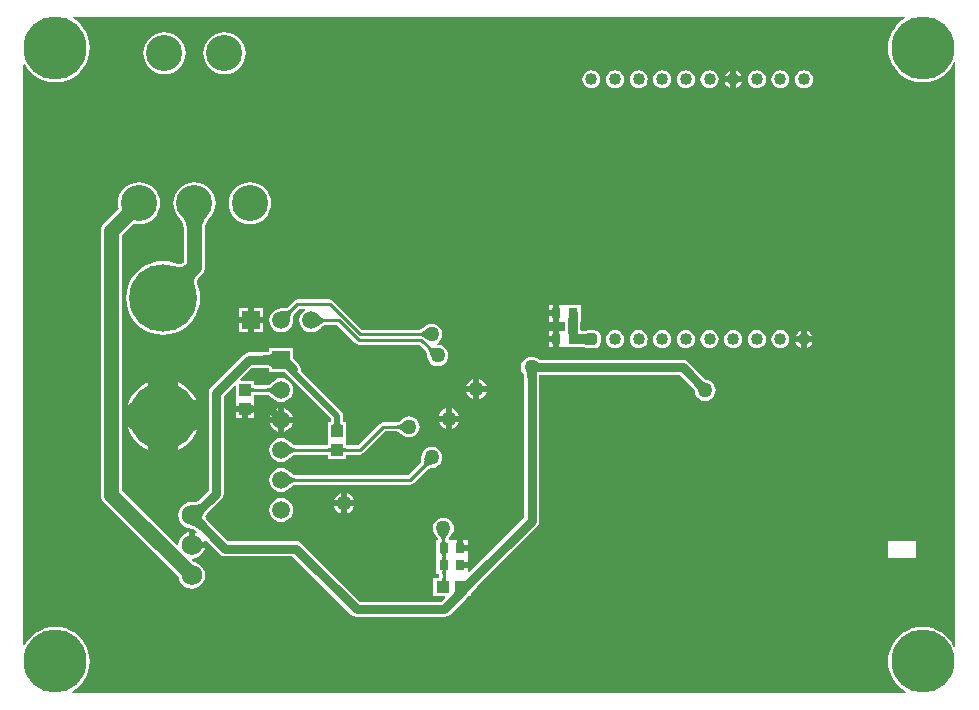
<source format=gbl>
G04 Layer_Physical_Order=2*
G04 Layer_Color=16711680*
%FSLAX24Y24*%
%MOIN*%
G70*
G01*
G75*
%ADD14R,0.0413X0.0394*%
%ADD20R,0.0394X0.0413*%
%ADD22R,0.0315X0.0354*%
%ADD28C,0.1000*%
%ADD29C,0.0200*%
%ADD30C,0.0300*%
%ADD31C,0.0100*%
%ADD34C,0.1200*%
%ADD35C,0.2250*%
%ADD36C,0.0689*%
%ADD37C,0.2100*%
%ADD38R,0.0591X0.0591*%
%ADD39C,0.0591*%
%ADD40R,0.0591X0.0591*%
G04:AMPARAMS|DCode=41|XSize=40mil|YSize=40mil|CornerRadius=10mil|HoleSize=0mil|Usage=FLASHONLY|Rotation=90.000|XOffset=0mil|YOffset=0mil|HoleType=Round|Shape=RoundedRectangle|*
%AMROUNDEDRECTD41*
21,1,0.0400,0.0200,0,0,90.0*
21,1,0.0200,0.0400,0,0,90.0*
1,1,0.0200,0.0100,0.0100*
1,1,0.0200,0.0100,-0.0100*
1,1,0.0200,-0.0100,-0.0100*
1,1,0.0200,-0.0100,0.0100*
%
%ADD41ROUNDEDRECTD41*%
%ADD42C,0.0400*%
%ADD43C,0.0500*%
%ADD44C,0.0500*%
G36*
X68177Y32651D02*
X68082Y32593D01*
X67944Y32476D01*
X67827Y32338D01*
X67732Y32184D01*
X67663Y32016D01*
X67621Y31840D01*
X67606Y31660D01*
X67621Y31480D01*
X67663Y31304D01*
X67732Y31136D01*
X67827Y30982D01*
X67944Y30844D01*
X68082Y30727D01*
X68236Y30632D01*
X68404Y30563D01*
X68580Y30521D01*
X68760Y30506D01*
X68940Y30521D01*
X69116Y30563D01*
X69284Y30632D01*
X69438Y30727D01*
X69576Y30844D01*
X69693Y30982D01*
X69788Y31136D01*
X69808Y31185D01*
X69857Y31175D01*
Y11695D01*
X69808Y11685D01*
X69788Y11734D01*
X69693Y11888D01*
X69576Y12026D01*
X69438Y12143D01*
X69284Y12238D01*
X69116Y12307D01*
X68940Y12349D01*
X68760Y12364D01*
X68580Y12349D01*
X68404Y12307D01*
X68236Y12238D01*
X68082Y12143D01*
X67944Y12026D01*
X67827Y11888D01*
X67732Y11734D01*
X67663Y11566D01*
X67621Y11390D01*
X67606Y11210D01*
X67621Y11030D01*
X67663Y10854D01*
X67732Y10686D01*
X67827Y10532D01*
X67944Y10394D01*
X68082Y10277D01*
X68202Y10203D01*
X68188Y10153D01*
X40422D01*
X40408Y10203D01*
X40528Y10277D01*
X40666Y10394D01*
X40783Y10532D01*
X40878Y10686D01*
X40947Y10854D01*
X40989Y11030D01*
X41004Y11210D01*
X40989Y11390D01*
X40947Y11566D01*
X40878Y11734D01*
X40783Y11888D01*
X40666Y12026D01*
X40528Y12143D01*
X40374Y12238D01*
X40206Y12307D01*
X40030Y12349D01*
X39850Y12364D01*
X39670Y12349D01*
X39494Y12307D01*
X39326Y12238D01*
X39172Y12143D01*
X39034Y12026D01*
X38917Y11888D01*
X38835Y11754D01*
X38785Y11768D01*
Y31102D01*
X38835Y31116D01*
X38917Y30982D01*
X39034Y30844D01*
X39172Y30727D01*
X39326Y30632D01*
X39494Y30563D01*
X39670Y30521D01*
X39850Y30506D01*
X40030Y30521D01*
X40206Y30563D01*
X40374Y30632D01*
X40528Y30727D01*
X40666Y30844D01*
X40783Y30982D01*
X40878Y31136D01*
X40947Y31304D01*
X40989Y31480D01*
X41004Y31660D01*
X40989Y31840D01*
X40947Y32016D01*
X40878Y32184D01*
X40783Y32338D01*
X40666Y32476D01*
X40528Y32593D01*
X40433Y32651D01*
X40447Y32701D01*
X68163D01*
X68177Y32651D01*
D02*
G37*
%LPC*%
G36*
X49378Y16376D02*
X49141D01*
X49173Y16300D01*
X49229Y16227D01*
X49302Y16171D01*
X49378Y16139D01*
Y16376D01*
D02*
G37*
G36*
X49816D02*
X49578D01*
Y16139D01*
X49655Y16171D01*
X49728Y16227D01*
X49784Y16300D01*
X49816Y16376D01*
D02*
G37*
G36*
X53450Y15267D02*
Y15090D01*
X53607D01*
Y15267D01*
X53450D01*
D02*
G37*
G36*
X47383Y16655D02*
X47279Y16641D01*
X47183Y16602D01*
X47101Y16538D01*
X47037Y16456D01*
X46998Y16359D01*
X46984Y16256D01*
X46998Y16153D01*
X47037Y16057D01*
X47101Y15974D01*
X47183Y15911D01*
X47279Y15871D01*
X47383Y15858D01*
X47486Y15871D01*
X47582Y15911D01*
X47665Y15974D01*
X47728Y16057D01*
X47768Y16153D01*
X47781Y16256D01*
X47768Y16359D01*
X47728Y16456D01*
X47665Y16538D01*
X47582Y16602D01*
X47486Y16641D01*
X47383Y16655D01*
D02*
G37*
G36*
X53988Y20623D02*
Y20385D01*
X54225D01*
X54194Y20462D01*
X54137Y20535D01*
X54064Y20591D01*
X53988Y20623D01*
D02*
G37*
G36*
X49378Y16814D02*
X49302Y16782D01*
X49229Y16726D01*
X49173Y16653D01*
X49141Y16576D01*
X49378D01*
Y16814D01*
D02*
G37*
G36*
X49578D02*
Y16576D01*
X49816D01*
X49784Y16653D01*
X49728Y16726D01*
X49655Y16782D01*
X49578Y16814D01*
D02*
G37*
G36*
X54225Y20185D02*
X53988D01*
Y19948D01*
X54064Y19980D01*
X54137Y20036D01*
X54194Y20109D01*
X54225Y20185D01*
D02*
G37*
G36*
X53788Y20623D02*
X53711Y20591D01*
X53638Y20535D01*
X53582Y20462D01*
X53550Y20385D01*
X53788D01*
Y20623D01*
D02*
G37*
G36*
X62445Y22253D02*
X62367Y22242D01*
X62294Y22212D01*
X62231Y22164D01*
X62183Y22101D01*
X62153Y22028D01*
X62143Y21950D01*
X62153Y21872D01*
X62183Y21799D01*
X62231Y21736D01*
X62294Y21688D01*
X62367Y21658D01*
X62445Y21647D01*
X62524Y21658D01*
X62597Y21688D01*
X62659Y21736D01*
X62707Y21799D01*
X62738Y21872D01*
X62748Y21950D01*
X62738Y22028D01*
X62707Y22101D01*
X62659Y22164D01*
X62597Y22212D01*
X62524Y22242D01*
X62445Y22253D01*
D02*
G37*
G36*
X61658D02*
X61580Y22242D01*
X61507Y22212D01*
X61444Y22164D01*
X61396Y22101D01*
X61366Y22028D01*
X61355Y21950D01*
X61366Y21872D01*
X61396Y21799D01*
X61444Y21736D01*
X61507Y21688D01*
X61580Y21658D01*
X61658Y21647D01*
X61736Y21658D01*
X61809Y21688D01*
X61872Y21736D01*
X61920Y21799D01*
X61950Y21872D01*
X61960Y21950D01*
X61950Y22028D01*
X61920Y22101D01*
X61872Y22164D01*
X61809Y22212D01*
X61736Y22242D01*
X61658Y22253D01*
D02*
G37*
G36*
X64020D02*
X63942Y22242D01*
X63869Y22212D01*
X63806Y22164D01*
X63758Y22101D01*
X63728Y22028D01*
X63717Y21950D01*
X63728Y21872D01*
X63758Y21799D01*
X63806Y21736D01*
X63869Y21688D01*
X63942Y21658D01*
X64020Y21647D01*
X64098Y21658D01*
X64171Y21688D01*
X64234Y21736D01*
X64282Y21799D01*
X64312Y21872D01*
X64323Y21950D01*
X64312Y22028D01*
X64282Y22101D01*
X64234Y22164D01*
X64171Y22212D01*
X64098Y22242D01*
X64020Y22253D01*
D02*
G37*
G36*
X63233D02*
X63154Y22242D01*
X63081Y22212D01*
X63019Y22164D01*
X62971Y22101D01*
X62940Y22028D01*
X62930Y21950D01*
X62940Y21872D01*
X62971Y21799D01*
X63019Y21736D01*
X63081Y21688D01*
X63154Y21658D01*
X63233Y21647D01*
X63311Y21658D01*
X63384Y21688D01*
X63447Y21736D01*
X63495Y21799D01*
X63525Y21872D01*
X63535Y21950D01*
X63525Y22028D01*
X63495Y22101D01*
X63447Y22164D01*
X63384Y22212D01*
X63311Y22242D01*
X63233Y22253D01*
D02*
G37*
G36*
X60870D02*
X60792Y22242D01*
X60719Y22212D01*
X60657Y22164D01*
X60608Y22101D01*
X60578Y22028D01*
X60568Y21950D01*
X60578Y21872D01*
X60608Y21799D01*
X60657Y21736D01*
X60719Y21688D01*
X60792Y21658D01*
X60870Y21647D01*
X60949Y21658D01*
X61022Y21688D01*
X61084Y21736D01*
X61133Y21799D01*
X61163Y21872D01*
X61173Y21950D01*
X61163Y22028D01*
X61133Y22101D01*
X61084Y22164D01*
X61022Y22212D01*
X60949Y22242D01*
X60870Y22253D01*
D02*
G37*
G36*
X58508D02*
X58430Y22242D01*
X58357Y22212D01*
X58294Y22164D01*
X58246Y22101D01*
X58216Y22028D01*
X58206Y21950D01*
X58216Y21872D01*
X58246Y21799D01*
X58294Y21736D01*
X58357Y21688D01*
X58430Y21658D01*
X58508Y21647D01*
X58587Y21658D01*
X58660Y21688D01*
X58722Y21736D01*
X58770Y21799D01*
X58801Y21872D01*
X58811Y21950D01*
X58801Y22028D01*
X58770Y22101D01*
X58722Y22164D01*
X58660Y22212D01*
X58587Y22242D01*
X58508Y22253D01*
D02*
G37*
G36*
X56844Y23092D02*
X56808D01*
X56794Y23092D01*
X56651D01*
Y22815D01*
Y22538D01*
X56794D01*
X56808Y22538D01*
X56846Y22509D01*
X56847Y22478D01*
Y22263D01*
X56808Y22236D01*
X56794Y22236D01*
X56651D01*
Y21959D01*
Y21681D01*
X56794D01*
X56808Y21681D01*
X56844D01*
X56858Y21681D01*
X57254D01*
X57258Y21681D01*
X57261Y21681D01*
X57263Y21681D01*
X57266Y21681D01*
X57359D01*
Y21685D01*
X57408Y21692D01*
X57417Y21692D01*
X57480Y21684D01*
X57501Y21680D01*
X57516Y21675D01*
X57525Y21672D01*
X57534Y21667D01*
X57535Y21667D01*
X57543Y21662D01*
X57569Y21656D01*
X57572Y21656D01*
X57573Y21656D01*
X57621Y21646D01*
X57821D01*
X57899Y21662D01*
X57965Y21706D01*
X58009Y21772D01*
X58025Y21850D01*
Y22050D01*
X58009Y22128D01*
X57965Y22194D01*
X57899Y22238D01*
X57821Y22254D01*
X57621D01*
X57573Y22244D01*
X57572Y22244D01*
X57569Y22244D01*
X57543Y22238D01*
X57535Y22233D01*
X57534Y22233D01*
X57525Y22228D01*
X57516Y22225D01*
X57501Y22220D01*
X57482Y22217D01*
X57409Y22211D01*
X57387Y22222D01*
X57358Y22255D01*
X57357Y22295D01*
Y22538D01*
X57359D01*
Y22635D01*
X57360Y22639D01*
X57360Y22640D01*
X57360Y22640D01*
X57359Y22644D01*
Y23092D01*
X56858D01*
X56844Y23092D01*
D02*
G37*
G36*
X60083Y22253D02*
X60005Y22242D01*
X59932Y22212D01*
X59869Y22164D01*
X59821Y22101D01*
X59791Y22028D01*
X59780Y21950D01*
X59791Y21872D01*
X59821Y21799D01*
X59869Y21736D01*
X59932Y21688D01*
X60005Y21658D01*
X60083Y21647D01*
X60161Y21658D01*
X60234Y21688D01*
X60297Y21736D01*
X60345Y21799D01*
X60375Y21872D01*
X60386Y21950D01*
X60375Y22028D01*
X60345Y22101D01*
X60297Y22164D01*
X60234Y22212D01*
X60161Y22242D01*
X60083Y22253D01*
D02*
G37*
G36*
X59296D02*
X59217Y22242D01*
X59144Y22212D01*
X59082Y22164D01*
X59034Y22101D01*
X59003Y22028D01*
X58993Y21950D01*
X59003Y21872D01*
X59034Y21799D01*
X59082Y21736D01*
X59144Y21688D01*
X59217Y21658D01*
X59296Y21647D01*
X59374Y21658D01*
X59447Y21688D01*
X59510Y21736D01*
X59558Y21799D01*
X59588Y21872D01*
X59598Y21950D01*
X59588Y22028D01*
X59558Y22101D01*
X59510Y22164D01*
X59447Y22212D01*
X59374Y22242D01*
X59296Y22253D01*
D02*
G37*
G36*
X53788Y20185D02*
X53550D01*
X53582Y20109D01*
X53638Y20036D01*
X53711Y19980D01*
X53788Y19948D01*
Y20185D01*
D02*
G37*
G36*
X52402Y18365D02*
X52310Y18353D01*
X52225Y18318D01*
X52152Y18261D01*
X52096Y18188D01*
X52061Y18103D01*
X52049Y18012D01*
X52053Y17980D01*
X52052Y17972D01*
X52055Y17942D01*
X52056Y17917D01*
X52056Y17896D01*
X52054Y17877D01*
X52051Y17860D01*
X52048Y17847D01*
X52044Y17837D01*
X52040Y17829D01*
X52037Y17824D01*
X51622Y17409D01*
X47843D01*
X47834Y17411D01*
X47822Y17415D01*
X47806Y17422D01*
X47788Y17433D01*
X47767Y17446D01*
X47745Y17462D01*
X47693Y17508D01*
X47671Y17530D01*
X47665Y17538D01*
X47582Y17602D01*
X47486Y17641D01*
X47383Y17655D01*
X47279Y17641D01*
X47183Y17602D01*
X47101Y17538D01*
X47037Y17456D01*
X46998Y17359D01*
X46984Y17256D01*
X46998Y17153D01*
X47037Y17057D01*
X47101Y16974D01*
X47183Y16911D01*
X47279Y16871D01*
X47383Y16858D01*
X47486Y16871D01*
X47582Y16911D01*
X47665Y16974D01*
X47671Y16983D01*
X47693Y17005D01*
X47745Y17050D01*
X47767Y17066D01*
X47788Y17080D01*
X47806Y17090D01*
X47822Y17097D01*
X47834Y17102D01*
X47843Y17103D01*
X51685D01*
X51744Y17115D01*
X51794Y17148D01*
X52261Y17615D01*
X52266Y17619D01*
X52276Y17625D01*
X52290Y17631D01*
X52307Y17637D01*
X52327Y17643D01*
X52349Y17648D01*
X52406Y17658D01*
X52439Y17662D01*
X52448Y17665D01*
X52493Y17671D01*
X52578Y17706D01*
X52651Y17762D01*
X52707Y17835D01*
X52743Y17920D01*
X52755Y18012D01*
X52743Y18103D01*
X52707Y18188D01*
X52651Y18261D01*
X52578Y18318D01*
X52493Y18353D01*
X52402Y18365D01*
D02*
G37*
G36*
X53310Y19201D02*
X53072D01*
Y18964D01*
X53149Y18995D01*
X53222Y19052D01*
X53278Y19125D01*
X53310Y19201D01*
D02*
G37*
G36*
X46376Y19526D02*
X46281D01*
Y19319D01*
X46478D01*
Y19518D01*
X46474Y19517D01*
X46448Y19510D01*
X46426Y19501D01*
X46408Y19490D01*
X46394Y19477D01*
X46384Y19462D01*
X46378Y19445D01*
X46376Y19426D01*
Y19526D01*
D02*
G37*
G36*
X46081D02*
X45884D01*
Y19319D01*
X46081D01*
Y19526D01*
D02*
G37*
G36*
X52872Y19201D02*
X52635D01*
X52667Y19125D01*
X52723Y19052D01*
X52796Y18995D01*
X52872Y18964D01*
Y19201D01*
D02*
G37*
G36*
X44666Y19290D02*
X43545D01*
Y18169D01*
X43637Y18176D01*
X43825Y18221D01*
X44003Y18295D01*
X44167Y18396D01*
X44314Y18521D01*
X44439Y18668D01*
X44540Y18832D01*
X44614Y19010D01*
X44659Y19198D01*
X44666Y19290D01*
D02*
G37*
G36*
X43345D02*
X42224D01*
X42231Y19198D01*
X42276Y19010D01*
X42350Y18832D01*
X42451Y18668D01*
X42576Y18521D01*
X42723Y18396D01*
X42887Y18295D01*
X43065Y18221D01*
X43253Y18176D01*
X43345Y18169D01*
Y19290D01*
D02*
G37*
G36*
X47768Y19156D02*
X47483D01*
Y18871D01*
X47486Y18871D01*
X47582Y18911D01*
X47665Y18974D01*
X47728Y19057D01*
X47768Y19153D01*
X47768Y19156D01*
D02*
G37*
G36*
X47283D02*
X46997D01*
X46998Y19153D01*
X47037Y19057D01*
X47101Y18974D01*
X47183Y18911D01*
X47279Y18871D01*
X47283Y18871D01*
Y19156D01*
D02*
G37*
G36*
X43545Y20611D02*
Y19490D01*
X44666D01*
X44659Y19582D01*
X44614Y19769D01*
X44540Y19948D01*
X44439Y20112D01*
X44314Y20259D01*
X44167Y20384D01*
X44003Y20485D01*
X43825Y20558D01*
X43637Y20603D01*
X43545Y20611D01*
D02*
G37*
G36*
X43345D02*
X43253Y20603D01*
X43065Y20558D01*
X42887Y20485D01*
X42723Y20384D01*
X42576Y20259D01*
X42451Y20112D01*
X42350Y19948D01*
X42276Y19769D01*
X42231Y19582D01*
X42224Y19490D01*
X43345D01*
Y20611D01*
D02*
G37*
G36*
X47089Y21652D02*
X47085Y21652D01*
X46987D01*
Y21562D01*
X46987Y21561D01*
X46986Y21546D01*
X46985Y21546D01*
X46985Y21545D01*
X46980Y21541D01*
X46969Y21534D01*
X46949Y21527D01*
X46921Y21519D01*
X46884Y21513D01*
X46859Y21511D01*
X46306D01*
X46208Y21492D01*
X46125Y21437D01*
X45036Y20348D01*
X44981Y20265D01*
X44962Y20167D01*
Y16907D01*
X44611Y16556D01*
X44607Y16553D01*
X44588Y16539D01*
X44570Y16529D01*
X44554Y16521D01*
X44539Y16516D01*
X44525Y16512D01*
X44512Y16511D01*
X44499Y16511D01*
X44481Y16514D01*
X44475Y16513D01*
X44400Y16523D01*
X44284Y16508D01*
X44175Y16463D01*
X44083Y16392D01*
X44011Y16299D01*
X43967Y16191D01*
X43951Y16075D01*
X43967Y15959D01*
X44011Y15851D01*
X44083Y15758D01*
X44175Y15687D01*
X44284Y15642D01*
X44400Y15626D01*
X44411Y15628D01*
X44419Y15628D01*
X44435Y15625D01*
X44451Y15622D01*
X44468Y15616D01*
X44486Y15608D01*
X44504Y15598D01*
X44524Y15585D01*
X44544Y15570D01*
X44545Y15569D01*
X44578Y15536D01*
X44549Y15494D01*
X44516Y15508D01*
X44500Y15510D01*
Y15175D01*
X44835D01*
X44833Y15191D01*
X44819Y15225D01*
X44861Y15253D01*
X45322Y14792D01*
X45404Y14737D01*
X45502Y14718D01*
X47757D01*
X49711Y12763D01*
X49794Y12707D01*
X49892Y12688D01*
X52815D01*
X52913Y12707D01*
X52995Y12763D01*
X53531Y13298D01*
X53620Y13379D01*
X53626Y13384D01*
X53696D01*
Y13464D01*
X53901Y13698D01*
X55909Y15706D01*
X55964Y15788D01*
X55983Y15886D01*
Y20742D01*
X55985Y20757D01*
X56014Y20759D01*
X60662D01*
X61142Y20279D01*
X61152Y20268D01*
X61159Y20258D01*
X61163Y20251D01*
X61163Y20246D01*
X61175Y20155D01*
X61210Y20070D01*
X61266Y19996D01*
X61339Y19940D01*
X61424Y19905D01*
X61516Y19893D01*
X61607Y19905D01*
X61692Y19940D01*
X61765Y19996D01*
X61821Y20070D01*
X61857Y20155D01*
X61869Y20246D01*
X61857Y20337D01*
X61821Y20423D01*
X61765Y20496D01*
X61692Y20552D01*
X61607Y20587D01*
X61554Y20594D01*
X61553Y20595D01*
X61511Y20631D01*
X60948Y21194D01*
X60865Y21249D01*
X60768Y21269D01*
X56000D01*
X55976Y21271D01*
X55967Y21273D01*
X55965Y21273D01*
X55905Y21319D01*
X55820Y21355D01*
X55728Y21367D01*
X55637Y21355D01*
X55552Y21319D01*
X55479Y21263D01*
X55423Y21190D01*
X55387Y21105D01*
X55375Y21014D01*
X55387Y20922D01*
X55423Y20837D01*
X55469Y20777D01*
X55469Y20775D01*
X55471Y20768D01*
X55473Y20728D01*
Y15991D01*
X53657Y14175D01*
X53607Y14196D01*
Y14313D01*
X53350D01*
Y14513D01*
X53607D01*
Y14663D01*
X53607Y14690D01*
X53607Y14740D01*
Y14890D01*
X53350D01*
Y14990D01*
X53250D01*
Y15267D01*
X53106D01*
X53093Y15267D01*
X53056D01*
X53043Y15267D01*
X52992D01*
X52992Y15268D01*
X52976Y15284D01*
X52963Y15317D01*
X52965Y15321D01*
X52977Y15337D01*
X53012Y15378D01*
X53029Y15395D01*
X53035Y15400D01*
X53091Y15473D01*
X53126Y15558D01*
X53138Y15650D01*
X53126Y15741D01*
X53091Y15826D01*
X53035Y15899D01*
X52962Y15955D01*
X52877Y15991D01*
X52785Y16003D01*
X52694Y15991D01*
X52609Y15955D01*
X52536Y15899D01*
X52480Y15826D01*
X52444Y15741D01*
X52432Y15650D01*
X52444Y15558D01*
X52480Y15473D01*
X52536Y15400D01*
X52541Y15396D01*
X52579Y15356D01*
X52593Y15338D01*
X52606Y15321D01*
X52608Y15317D01*
X52595Y15284D01*
X52579Y15268D01*
X52579Y15267D01*
X52541D01*
Y14713D01*
X52541D01*
Y14690D01*
X52541D01*
Y14135D01*
X52646D01*
Y13978D01*
X52453D01*
Y13384D01*
X52830D01*
X52850Y13338D01*
X52709Y13198D01*
X49997D01*
X48042Y15153D01*
X47960Y15208D01*
X47862Y15227D01*
X45608D01*
X44906Y15929D01*
X44905Y15930D01*
X44889Y15951D01*
X44877Y15970D01*
X44867Y15989D01*
X44859Y16007D01*
X44853Y16023D01*
X44850Y16034D01*
X44854Y16045D01*
X44863Y16063D01*
X44874Y16082D01*
X44887Y16102D01*
X44901Y16121D01*
X44921Y16145D01*
X45397Y16621D01*
X45452Y16704D01*
X45471Y16801D01*
Y20062D01*
X45838Y20428D01*
X45884Y20409D01*
Y19983D01*
X45884Y19949D01*
X45884Y19899D01*
Y19726D01*
X46376D01*
Y19826D01*
X46378Y19807D01*
X46384Y19790D01*
X46394Y19775D01*
X46408Y19762D01*
X46426Y19751D01*
X46448Y19742D01*
X46474Y19735D01*
X46478Y19734D01*
Y19899D01*
X46478Y19933D01*
X46478Y19983D01*
Y20103D01*
X46922D01*
X46931Y20101D01*
X46944Y20097D01*
X46960Y20090D01*
X46978Y20080D01*
X46998Y20066D01*
X47020Y20050D01*
X47073Y20004D01*
X47094Y19983D01*
X47101Y19974D01*
X47183Y19911D01*
X47279Y19871D01*
X47383Y19858D01*
X47486Y19871D01*
X47582Y19911D01*
X47665Y19974D01*
X47728Y20057D01*
X47768Y20153D01*
X47781Y20256D01*
X47768Y20359D01*
X47728Y20456D01*
X47665Y20538D01*
X47582Y20602D01*
X47486Y20641D01*
X47383Y20655D01*
X47279Y20641D01*
X47183Y20602D01*
X47101Y20538D01*
X47094Y20530D01*
X47072Y20508D01*
X47020Y20462D01*
X46998Y20446D01*
X46978Y20432D01*
X46959Y20422D01*
X46944Y20415D01*
X46931Y20411D01*
X46922Y20409D01*
X46478D01*
Y20563D01*
X46038D01*
X46018Y20609D01*
X46411Y21001D01*
X46859D01*
X46884Y20999D01*
X46921Y20993D01*
X46949Y20986D01*
X46969Y20978D01*
X46980Y20972D01*
X46985Y20968D01*
X46985Y20967D01*
X46986Y20966D01*
X46987Y20951D01*
X46987Y20951D01*
Y20861D01*
X47085D01*
X47089Y20860D01*
X47092Y20861D01*
X47098D01*
X47100Y20861D01*
X47100Y20861D01*
X47390D01*
X47394Y20860D01*
X47398Y20861D01*
X47472D01*
X47475Y20859D01*
X47500Y20842D01*
X47558Y20793D01*
X49038Y19312D01*
Y19238D01*
X49037Y19224D01*
X49034Y19202D01*
X49030Y19187D01*
X49029Y19185D01*
X48945D01*
Y19087D01*
X48945Y19083D01*
X48945Y19080D01*
Y19074D01*
X48945Y19072D01*
X48945Y19072D01*
Y18605D01*
X48945Y18571D01*
X48945Y18521D01*
Y18409D01*
X47843D01*
X47834Y18411D01*
X47822Y18415D01*
X47806Y18422D01*
X47788Y18433D01*
X47767Y18446D01*
X47745Y18462D01*
X47693Y18508D01*
X47671Y18530D01*
X47665Y18538D01*
X47582Y18602D01*
X47486Y18641D01*
X47383Y18655D01*
X47279Y18641D01*
X47183Y18602D01*
X47101Y18538D01*
X47037Y18456D01*
X46998Y18359D01*
X46984Y18256D01*
X46998Y18153D01*
X47037Y18057D01*
X47101Y17974D01*
X47183Y17911D01*
X47279Y17871D01*
X47383Y17858D01*
X47486Y17871D01*
X47582Y17911D01*
X47665Y17974D01*
X47671Y17983D01*
X47693Y18005D01*
X47745Y18050D01*
X47767Y18066D01*
X47788Y18080D01*
X47806Y18090D01*
X47822Y18097D01*
X47834Y18102D01*
X47843Y18103D01*
X48945D01*
Y17941D01*
X49539D01*
Y18103D01*
X49998D01*
X50057Y18115D01*
X50107Y18148D01*
X50831Y18873D01*
X51257D01*
X51263Y18872D01*
X51273Y18868D01*
X51285Y18863D01*
X51299Y18856D01*
X51315Y18846D01*
X51331Y18834D01*
X51372Y18799D01*
X51389Y18782D01*
X51394Y18776D01*
X51467Y18720D01*
X51552Y18685D01*
X51644Y18673D01*
X51735Y18685D01*
X51820Y18720D01*
X51893Y18776D01*
X51949Y18849D01*
X51985Y18934D01*
X51997Y19026D01*
X51985Y19117D01*
X51949Y19202D01*
X51893Y19275D01*
X51820Y19331D01*
X51735Y19367D01*
X51644Y19379D01*
X51552Y19367D01*
X51467Y19331D01*
X51394Y19275D01*
X51390Y19270D01*
X51350Y19232D01*
X51332Y19218D01*
X51315Y19205D01*
X51299Y19195D01*
X51285Y19188D01*
X51273Y19183D01*
X51263Y19180D01*
X51257Y19179D01*
X50768D01*
X50709Y19167D01*
X50660Y19134D01*
X49935Y18409D01*
X49574D01*
X49539Y18445D01*
X49539Y18555D01*
X49539Y18605D01*
Y19072D01*
X49539Y19072D01*
X49539Y19074D01*
Y19080D01*
X49540Y19083D01*
X49539Y19087D01*
Y19185D01*
X49455D01*
X49455Y19187D01*
X49451Y19202D01*
X49447Y19224D01*
X49446Y19238D01*
Y19397D01*
X49446Y19397D01*
X49431Y19475D01*
X49386Y19541D01*
X48026Y20901D01*
X48033Y20939D01*
X48014Y21036D01*
X47959Y21119D01*
X47778Y21299D01*
Y21652D01*
X47100D01*
X47100Y21652D01*
X47098Y21652D01*
X47092D01*
X47089Y21652D01*
D02*
G37*
G36*
X47283Y19642D02*
X47279Y19641D01*
X47188Y19603D01*
X47195Y19599D01*
X47219Y19586D01*
X47243Y19575D01*
X47268Y19566D01*
X47283Y19563D01*
Y19642D01*
D02*
G37*
G36*
X53072Y19639D02*
Y19401D01*
X53310D01*
X53278Y19478D01*
X53222Y19551D01*
X53149Y19607D01*
X53072Y19639D01*
D02*
G37*
G36*
X47283Y19455D02*
X47184Y19356D01*
X47283D01*
Y19455D01*
D02*
G37*
G36*
X47035Y19451D02*
X46998Y19359D01*
X46997Y19356D01*
X47076D01*
X47073Y19371D01*
X47064Y19396D01*
X47053Y19420D01*
X47040Y19444D01*
X47035Y19451D01*
D02*
G37*
G36*
X52872Y19639D02*
X52796Y19607D01*
X52723Y19551D01*
X52667Y19478D01*
X52635Y19401D01*
X52872D01*
Y19639D01*
D02*
G37*
G36*
X47483Y19642D02*
Y19356D01*
X47768D01*
X47768Y19359D01*
X47728Y19456D01*
X47665Y19538D01*
X47582Y19602D01*
X47486Y19641D01*
X47483Y19642D01*
D02*
G37*
G36*
X64707Y21850D02*
X64524D01*
X64545Y21799D01*
X64594Y21736D01*
X64656Y21688D01*
X64707Y21667D01*
Y21850D01*
D02*
G37*
G36*
X64807Y30914D02*
X64729Y30904D01*
X64656Y30873D01*
X64594Y30825D01*
X64545Y30763D01*
X64515Y30690D01*
X64505Y30611D01*
X64515Y30533D01*
X64545Y30460D01*
X64594Y30397D01*
X64656Y30349D01*
X64729Y30319D01*
X64807Y30309D01*
X64886Y30319D01*
X64959Y30349D01*
X65021Y30397D01*
X65070Y30460D01*
X65100Y30533D01*
X65110Y30611D01*
X65100Y30690D01*
X65070Y30763D01*
X65021Y30825D01*
X64959Y30873D01*
X64886Y30904D01*
X64807Y30914D01*
D02*
G37*
G36*
X44490Y27183D02*
X44353Y27170D01*
X44221Y27130D01*
X44099Y27065D01*
X43993Y26977D01*
X43905Y26871D01*
X43840Y26749D01*
X43800Y26617D01*
X43787Y26480D01*
X43800Y26343D01*
X43840Y26211D01*
X43905Y26089D01*
X43993Y25983D01*
X44019Y25961D01*
X44023Y25957D01*
X44046Y25927D01*
X44066Y25894D01*
X44084Y25859D01*
X44100Y25821D01*
X44112Y25779D01*
X44123Y25735D01*
X44130Y25687D01*
X44135Y25635D01*
X44135Y25617D01*
Y24526D01*
X44107Y24505D01*
X44070Y24481D01*
X44036Y24463D01*
X44008Y24452D01*
X43984Y24446D01*
X43965Y24445D01*
X43951Y24447D01*
X43928Y24454D01*
X43923Y24455D01*
X43825Y24495D01*
X43637Y24540D01*
X43445Y24556D01*
X43253Y24540D01*
X43065Y24495D01*
X42887Y24422D01*
X42723Y24321D01*
X42576Y24196D01*
X42451Y24049D01*
X42350Y23885D01*
X42276Y23706D01*
X42231Y23519D01*
X42216Y23327D01*
X42231Y23135D01*
X42276Y22947D01*
X42350Y22769D01*
X42451Y22605D01*
X42576Y22458D01*
X42723Y22333D01*
X42887Y22232D01*
X43065Y22158D01*
X43253Y22113D01*
X43445Y22098D01*
X43637Y22113D01*
X43825Y22158D01*
X44003Y22232D01*
X44167Y22333D01*
X44314Y22458D01*
X44439Y22605D01*
X44540Y22769D01*
X44614Y22947D01*
X44659Y23135D01*
X44674Y23327D01*
X44659Y23519D01*
X44614Y23706D01*
X44573Y23805D01*
X44572Y23810D01*
X44565Y23833D01*
X44563Y23847D01*
X44564Y23866D01*
X44570Y23890D01*
X44581Y23918D01*
X44599Y23951D01*
X44622Y23987D01*
X44693Y24075D01*
X44706Y24088D01*
X44738Y24120D01*
X44794Y24194D01*
X44829Y24279D01*
X44841Y24370D01*
Y25617D01*
X44842Y25635D01*
X44846Y25687D01*
X44854Y25735D01*
X44864Y25779D01*
X44877Y25821D01*
X44892Y25859D01*
X44910Y25894D01*
X44931Y25927D01*
X44950Y25952D01*
X44987Y25983D01*
X45075Y26089D01*
X45140Y26211D01*
X45180Y26343D01*
X45193Y26480D01*
X45180Y26617D01*
X45140Y26749D01*
X45075Y26871D01*
X44987Y26977D01*
X44881Y27065D01*
X44759Y27130D01*
X44627Y27170D01*
X44490Y27183D01*
D02*
G37*
G36*
X46340D02*
X46203Y27170D01*
X46071Y27130D01*
X45949Y27065D01*
X45843Y26977D01*
X45755Y26871D01*
X45690Y26749D01*
X45650Y26617D01*
X45637Y26480D01*
X45650Y26343D01*
X45690Y26211D01*
X45755Y26089D01*
X45843Y25983D01*
X45949Y25895D01*
X46071Y25830D01*
X46203Y25790D01*
X46340Y25777D01*
X46477Y25790D01*
X46609Y25830D01*
X46731Y25895D01*
X46837Y25983D01*
X46925Y26089D01*
X46990Y26211D01*
X47030Y26343D01*
X47043Y26480D01*
X47030Y26617D01*
X46990Y26749D01*
X46925Y26871D01*
X46837Y26977D01*
X46731Y27065D01*
X46609Y27130D01*
X46477Y27170D01*
X46340Y27183D01*
D02*
G37*
G36*
X42640D02*
X42503Y27170D01*
X42371Y27130D01*
X42249Y27065D01*
X42143Y26977D01*
X42055Y26871D01*
X41990Y26749D01*
X41950Y26617D01*
X41937Y26480D01*
X41950Y26343D01*
X41961Y26308D01*
X41463Y25810D01*
X41407Y25737D01*
X41372Y25652D01*
X41360Y25561D01*
Y16762D01*
X41372Y16670D01*
X41407Y16585D01*
X41463Y16512D01*
X43959Y14016D01*
X43967Y13959D01*
X44011Y13851D01*
X44083Y13758D01*
X44175Y13687D01*
X44284Y13642D01*
X44400Y13626D01*
X44516Y13642D01*
X44624Y13687D01*
X44717Y13758D01*
X44788Y13851D01*
X44833Y13959D01*
X44848Y14075D01*
X44833Y14191D01*
X44788Y14299D01*
X44717Y14392D01*
X44624Y14463D01*
X44516Y14508D01*
X44458Y14515D01*
X44393Y14580D01*
X44416Y14629D01*
X44516Y14642D01*
X44624Y14687D01*
X44717Y14758D01*
X44788Y14851D01*
X44833Y14959D01*
X44835Y14975D01*
X44400D01*
Y15075D01*
X44300D01*
Y15510D01*
X44284Y15508D01*
X44175Y15463D01*
X44083Y15392D01*
X44011Y15299D01*
X43967Y15191D01*
X43953Y15091D01*
X43905Y15069D01*
X42066Y16908D01*
Y25414D01*
X42456Y25804D01*
X42503Y25790D01*
X42640Y25777D01*
X42777Y25790D01*
X42909Y25830D01*
X43031Y25895D01*
X43137Y25983D01*
X43225Y26089D01*
X43290Y26211D01*
X43330Y26343D01*
X43343Y26480D01*
X43330Y26617D01*
X43290Y26749D01*
X43225Y26871D01*
X43137Y26977D01*
X43031Y27065D01*
X42909Y27130D01*
X42777Y27170D01*
X42640Y27183D01*
D02*
G37*
G36*
X48996Y23273D02*
X47924D01*
X47865Y23261D01*
X47816Y23228D01*
X47600Y23012D01*
X47593Y23008D01*
X47581Y23002D01*
X47564Y22995D01*
X47544Y22990D01*
X47520Y22985D01*
X47493Y22981D01*
X47424Y22976D01*
X47393Y22976D01*
X47383Y22977D01*
X47279Y22964D01*
X47183Y22924D01*
X47101Y22861D01*
X47037Y22778D01*
X46998Y22682D01*
X46984Y22579D01*
X46998Y22476D01*
X47037Y22379D01*
X47101Y22297D01*
X47183Y22233D01*
X47279Y22194D01*
X47383Y22180D01*
X47486Y22194D01*
X47582Y22233D01*
X47665Y22297D01*
X47728Y22379D01*
X47768Y22476D01*
X47781Y22579D01*
X47780Y22589D01*
X47780Y22620D01*
X47785Y22689D01*
X47789Y22716D01*
X47794Y22740D01*
X47799Y22760D01*
X47805Y22777D01*
X47811Y22789D01*
X47816Y22796D01*
X47987Y22967D01*
X48161D01*
X48168Y22954D01*
X48174Y22917D01*
X48101Y22861D01*
X48037Y22778D01*
X47998Y22682D01*
X47984Y22579D01*
X47998Y22476D01*
X48037Y22379D01*
X48101Y22297D01*
X48183Y22233D01*
X48279Y22194D01*
X48383Y22180D01*
X48486Y22194D01*
X48582Y22233D01*
X48665Y22297D01*
X48671Y22305D01*
X48693Y22327D01*
X48745Y22373D01*
X48767Y22389D01*
X48788Y22402D01*
X48806Y22413D01*
X48822Y22420D01*
X48834Y22424D01*
X48843Y22426D01*
X49234D01*
X49852Y21808D01*
X49901Y21775D01*
X49960Y21763D01*
X51987D01*
X52203Y21547D01*
X52207Y21542D01*
X52213Y21532D01*
X52219Y21518D01*
X52225Y21501D01*
X52231Y21483D01*
X52247Y21400D01*
X52251Y21368D01*
X52255Y21358D01*
X52260Y21317D01*
X52295Y21232D01*
X52351Y21159D01*
X52424Y21103D01*
X52510Y21068D01*
X52601Y21056D01*
X52692Y21068D01*
X52778Y21103D01*
X52851Y21159D01*
X52907Y21232D01*
X52942Y21317D01*
X52954Y21409D01*
X52942Y21500D01*
X52907Y21585D01*
X52851Y21658D01*
X52778Y21714D01*
X52692Y21750D01*
X52601Y21762D01*
X52593Y21768D01*
X52591Y21771D01*
X52594Y21830D01*
X52644Y21868D01*
X52700Y21941D01*
X52735Y22026D01*
X52747Y22117D01*
X52735Y22209D01*
X52700Y22294D01*
X52644Y22367D01*
X52571Y22423D01*
X52486Y22458D01*
X52394Y22470D01*
X52303Y22458D01*
X52218Y22423D01*
X52145Y22367D01*
X52140Y22361D01*
X52101Y22324D01*
X52083Y22309D01*
X52065Y22297D01*
X52049Y22287D01*
X52035Y22279D01*
X52023Y22274D01*
X52013Y22271D01*
X52007Y22270D01*
X50062D01*
X49104Y23228D01*
X49055Y23261D01*
X48996Y23273D01*
D02*
G37*
G36*
X56451Y23092D02*
X56293D01*
Y22915D01*
X56451D01*
Y23092D01*
D02*
G37*
G36*
X62345Y30511D02*
X62162D01*
X62183Y30460D01*
X62231Y30397D01*
X62294Y30349D01*
X62345Y30328D01*
Y30511D01*
D02*
G37*
G36*
X62729D02*
X62545D01*
Y30328D01*
X62597Y30349D01*
X62659Y30397D01*
X62707Y30460D01*
X62729Y30511D01*
D02*
G37*
G36*
X61658Y30914D02*
X61580Y30904D01*
X61507Y30873D01*
X61444Y30825D01*
X61396Y30763D01*
X61366Y30690D01*
X61355Y30611D01*
X61366Y30533D01*
X61396Y30460D01*
X61444Y30397D01*
X61507Y30349D01*
X61580Y30319D01*
X61658Y30309D01*
X61736Y30319D01*
X61809Y30349D01*
X61872Y30397D01*
X61920Y30460D01*
X61950Y30533D01*
X61960Y30611D01*
X61950Y30690D01*
X61920Y30763D01*
X61872Y30825D01*
X61809Y30873D01*
X61736Y30904D01*
X61658Y30914D01*
D02*
G37*
G36*
X60870D02*
X60792Y30904D01*
X60719Y30873D01*
X60657Y30825D01*
X60608Y30763D01*
X60578Y30690D01*
X60568Y30611D01*
X60578Y30533D01*
X60608Y30460D01*
X60657Y30397D01*
X60719Y30349D01*
X60792Y30319D01*
X60870Y30309D01*
X60949Y30319D01*
X61022Y30349D01*
X61084Y30397D01*
X61133Y30460D01*
X61163Y30533D01*
X61173Y30611D01*
X61163Y30690D01*
X61133Y30763D01*
X61084Y30825D01*
X61022Y30873D01*
X60949Y30904D01*
X60870Y30914D01*
D02*
G37*
G36*
X64020D02*
X63942Y30904D01*
X63869Y30873D01*
X63806Y30825D01*
X63758Y30763D01*
X63728Y30690D01*
X63717Y30611D01*
X63728Y30533D01*
X63758Y30460D01*
X63806Y30397D01*
X63869Y30349D01*
X63942Y30319D01*
X64020Y30309D01*
X64098Y30319D01*
X64171Y30349D01*
X64234Y30397D01*
X64282Y30460D01*
X64312Y30533D01*
X64323Y30611D01*
X64312Y30690D01*
X64282Y30763D01*
X64234Y30825D01*
X64171Y30873D01*
X64098Y30904D01*
X64020Y30914D01*
D02*
G37*
G36*
X63233D02*
X63154Y30904D01*
X63081Y30873D01*
X63019Y30825D01*
X62971Y30763D01*
X62940Y30690D01*
X62930Y30611D01*
X62940Y30533D01*
X62971Y30460D01*
X63019Y30397D01*
X63081Y30349D01*
X63154Y30319D01*
X63233Y30309D01*
X63311Y30319D01*
X63384Y30349D01*
X63447Y30397D01*
X63495Y30460D01*
X63525Y30533D01*
X63535Y30611D01*
X63525Y30690D01*
X63495Y30763D01*
X63447Y30825D01*
X63384Y30873D01*
X63311Y30904D01*
X63233Y30914D01*
D02*
G37*
G36*
X58508D02*
X58430Y30904D01*
X58357Y30873D01*
X58294Y30825D01*
X58246Y30763D01*
X58216Y30690D01*
X58206Y30611D01*
X58216Y30533D01*
X58246Y30460D01*
X58294Y30397D01*
X58357Y30349D01*
X58430Y30319D01*
X58508Y30309D01*
X58587Y30319D01*
X58660Y30349D01*
X58722Y30397D01*
X58770Y30460D01*
X58801Y30533D01*
X58811Y30611D01*
X58801Y30690D01*
X58770Y30763D01*
X58722Y30825D01*
X58660Y30873D01*
X58587Y30904D01*
X58508Y30914D01*
D02*
G37*
G36*
X57721D02*
X57643Y30904D01*
X57570Y30873D01*
X57507Y30825D01*
X57459Y30763D01*
X57429Y30690D01*
X57418Y30611D01*
X57429Y30533D01*
X57459Y30460D01*
X57507Y30397D01*
X57570Y30349D01*
X57643Y30319D01*
X57721Y30309D01*
X57799Y30319D01*
X57872Y30349D01*
X57935Y30397D01*
X57983Y30460D01*
X58013Y30533D01*
X58023Y30611D01*
X58013Y30690D01*
X57983Y30763D01*
X57935Y30825D01*
X57872Y30873D01*
X57799Y30904D01*
X57721Y30914D01*
D02*
G37*
G36*
X60083D02*
X60005Y30904D01*
X59932Y30873D01*
X59869Y30825D01*
X59821Y30763D01*
X59791Y30690D01*
X59780Y30611D01*
X59791Y30533D01*
X59821Y30460D01*
X59869Y30397D01*
X59932Y30349D01*
X60005Y30319D01*
X60083Y30309D01*
X60161Y30319D01*
X60234Y30349D01*
X60297Y30397D01*
X60345Y30460D01*
X60375Y30533D01*
X60386Y30611D01*
X60375Y30690D01*
X60345Y30763D01*
X60297Y30825D01*
X60234Y30873D01*
X60161Y30904D01*
X60083Y30914D01*
D02*
G37*
G36*
X59296D02*
X59217Y30904D01*
X59144Y30873D01*
X59082Y30825D01*
X59034Y30763D01*
X59003Y30690D01*
X58993Y30611D01*
X59003Y30533D01*
X59034Y30460D01*
X59082Y30397D01*
X59144Y30349D01*
X59217Y30319D01*
X59296Y30309D01*
X59374Y30319D01*
X59447Y30349D01*
X59510Y30397D01*
X59558Y30460D01*
X59588Y30533D01*
X59598Y30611D01*
X59588Y30690D01*
X59558Y30763D01*
X59510Y30825D01*
X59447Y30873D01*
X59374Y30904D01*
X59296Y30914D01*
D02*
G37*
G36*
X46778Y22974D02*
X46483D01*
Y22679D01*
X46778D01*
Y22974D01*
D02*
G37*
G36*
X56451Y22236D02*
X56293D01*
Y22059D01*
X56451D01*
Y22236D01*
D02*
G37*
G36*
X68525Y15225D02*
X67620D01*
Y14665D01*
X68514D01*
X68525Y14677D01*
Y15225D01*
D02*
G37*
G36*
X45490Y32183D02*
X45353Y32170D01*
X45221Y32130D01*
X45099Y32065D01*
X44993Y31977D01*
X44905Y31871D01*
X44840Y31749D01*
X44800Y31617D01*
X44787Y31480D01*
X44800Y31343D01*
X44840Y31211D01*
X44905Y31089D01*
X44993Y30983D01*
X45099Y30895D01*
X45221Y30830D01*
X45353Y30790D01*
X45490Y30777D01*
X45627Y30790D01*
X45759Y30830D01*
X45881Y30895D01*
X45987Y30983D01*
X46075Y31089D01*
X46140Y31211D01*
X46180Y31343D01*
X46193Y31480D01*
X46180Y31617D01*
X46140Y31749D01*
X46075Y31871D01*
X45987Y31977D01*
X45881Y32065D01*
X45759Y32130D01*
X45627Y32170D01*
X45490Y32183D01*
D02*
G37*
G36*
X64907Y22233D02*
Y22050D01*
X65091D01*
X65070Y22101D01*
X65021Y22164D01*
X64959Y22212D01*
X64907Y22233D01*
D02*
G37*
G36*
X65091Y21850D02*
X64907D01*
Y21667D01*
X64959Y21688D01*
X65021Y21736D01*
X65070Y21799D01*
X65091Y21850D01*
D02*
G37*
G36*
X56451Y21859D02*
X56293D01*
Y21681D01*
X56451D01*
Y21859D01*
D02*
G37*
G36*
X64707Y22233D02*
X64656Y22212D01*
X64594Y22164D01*
X64545Y22101D01*
X64524Y22050D01*
X64707D01*
Y22233D01*
D02*
G37*
G36*
X46283Y22479D02*
X45987D01*
Y22183D01*
X46283D01*
Y22479D01*
D02*
G37*
G36*
X62545Y30895D02*
Y30711D01*
X62729D01*
X62707Y30763D01*
X62659Y30825D01*
X62597Y30873D01*
X62545Y30895D01*
D02*
G37*
G36*
X62345D02*
X62294Y30873D01*
X62231Y30825D01*
X62183Y30763D01*
X62162Y30711D01*
X62345D01*
Y30895D01*
D02*
G37*
G36*
X46283Y22974D02*
X45987D01*
Y22679D01*
X46283D01*
Y22974D01*
D02*
G37*
G36*
X56451Y22715D02*
X56293D01*
Y22538D01*
X56451D01*
Y22715D01*
D02*
G37*
G36*
X43490Y32183D02*
X43353Y32170D01*
X43221Y32130D01*
X43099Y32065D01*
X42993Y31977D01*
X42905Y31871D01*
X42840Y31749D01*
X42800Y31617D01*
X42787Y31480D01*
X42800Y31343D01*
X42840Y31211D01*
X42905Y31089D01*
X42993Y30983D01*
X43099Y30895D01*
X43221Y30830D01*
X43353Y30790D01*
X43490Y30777D01*
X43627Y30790D01*
X43759Y30830D01*
X43881Y30895D01*
X43987Y30983D01*
X44075Y31089D01*
X44140Y31211D01*
X44180Y31343D01*
X44193Y31480D01*
X44180Y31617D01*
X44140Y31749D01*
X44075Y31871D01*
X43987Y31977D01*
X43881Y32065D01*
X43759Y32130D01*
X43627Y32170D01*
X43490Y32183D01*
D02*
G37*
G36*
X46778Y22479D02*
X46483D01*
Y22183D01*
X46778D01*
Y22479D01*
D02*
G37*
%LPD*%
G36*
X52427Y17763D02*
X52392Y17759D01*
X52328Y17748D01*
X52300Y17741D01*
X52275Y17734D01*
X52251Y17725D01*
X52231Y17716D01*
X52212Y17706D01*
X52196Y17695D01*
X52183Y17683D01*
X52104Y17745D01*
X52117Y17760D01*
X52128Y17777D01*
X52138Y17796D01*
X52145Y17817D01*
X52151Y17839D01*
X52155Y17864D01*
X52157Y17890D01*
X52158Y17919D01*
X52157Y17949D01*
X52153Y17981D01*
X52427Y17763D01*
D02*
G37*
G36*
X47624Y18433D02*
X47681Y18383D01*
X47708Y18363D01*
X47735Y18345D01*
X47760Y18331D01*
X47784Y18320D01*
X47807Y18313D01*
X47830Y18308D01*
X47851Y18306D01*
Y18206D01*
X47830Y18205D01*
X47807Y18200D01*
X47784Y18192D01*
X47760Y18181D01*
X47735Y18167D01*
X47708Y18150D01*
X47681Y18130D01*
X47624Y18079D01*
X47594Y18050D01*
Y18463D01*
X47624Y18433D01*
D02*
G37*
G36*
X52937Y15447D02*
X52897Y15400D01*
X52880Y15378D01*
X52867Y15356D01*
X52855Y15334D01*
X52847Y15314D01*
X52840Y15293D01*
X52837Y15274D01*
X52836Y15258D01*
X52836Y15247D01*
X52837Y15230D01*
X52840Y15215D01*
X52843Y15201D01*
X52848Y15190D01*
X52853Y15181D01*
X52860Y15174D01*
X52867Y15169D01*
X52876Y15166D01*
X52885Y15165D01*
X52685D01*
X52695Y15166D01*
X52703Y15169D01*
X52711Y15174D01*
X52717Y15181D01*
X52723Y15190D01*
X52727Y15201D01*
X52731Y15215D01*
X52733Y15230D01*
X52735Y15247D01*
X52735Y15258D01*
X52734Y15274D01*
X52730Y15293D01*
X52724Y15314D01*
X52715Y15334D01*
X52704Y15356D01*
X52690Y15378D01*
X52674Y15400D01*
X52655Y15423D01*
X52610Y15471D01*
X52960D01*
X52937Y15447D01*
D02*
G37*
G36*
X52889Y14237D02*
X52881Y14234D01*
X52873Y14229D01*
X52867Y14222D01*
X52861Y14213D01*
X52857Y14201D01*
X52853Y14188D01*
X52851Y14173D01*
X52849Y14156D01*
X52849Y14137D01*
X52749D01*
X52748Y14156D01*
X52747Y14173D01*
X52744Y14188D01*
X52741Y14201D01*
X52736Y14213D01*
X52731Y14222D01*
X52724Y14229D01*
X52717Y14234D01*
X52708Y14237D01*
X52699Y14238D01*
X52899D01*
X52889Y14237D01*
D02*
G37*
G36*
Y14814D02*
X52881Y14811D01*
X52873Y14806D01*
X52867Y14799D01*
X52861Y14790D01*
X52857Y14779D01*
X52853Y14766D01*
X52851Y14751D01*
X52849Y14733D01*
X52849Y14714D01*
X52749D01*
X52748Y14733D01*
X52747Y14751D01*
X52744Y14766D01*
X52741Y14779D01*
X52736Y14790D01*
X52731Y14799D01*
X52724Y14806D01*
X52717Y14811D01*
X52708Y14814D01*
X52699Y14815D01*
X52899D01*
X52889Y14814D01*
D02*
G37*
G36*
X52849Y14669D02*
X52851Y14652D01*
X52853Y14637D01*
X52857Y14624D01*
X52861Y14613D01*
X52867Y14604D01*
X52873Y14596D01*
X52881Y14591D01*
X52889Y14588D01*
X52899Y14587D01*
X52699D01*
X52708Y14588D01*
X52717Y14591D01*
X52724Y14596D01*
X52731Y14604D01*
X52736Y14613D01*
X52741Y14624D01*
X52744Y14637D01*
X52747Y14652D01*
X52748Y14669D01*
X52749Y14689D01*
X52849D01*
X52849Y14669D01*
D02*
G37*
G36*
Y13958D02*
X52851Y13940D01*
X52853Y13925D01*
X52857Y13912D01*
X52861Y13901D01*
X52867Y13892D01*
X52873Y13885D01*
X52881Y13880D01*
X52889Y13877D01*
X52899Y13876D01*
X52699D01*
X52708Y13877D01*
X52717Y13880D01*
X52724Y13885D01*
X52731Y13892D01*
X52736Y13901D01*
X52741Y13912D01*
X52744Y13925D01*
X52747Y13940D01*
X52748Y13958D01*
X52749Y13977D01*
X52849D01*
X52849Y13958D01*
D02*
G37*
G36*
X53913Y13858D02*
X53853Y13797D01*
X53608Y13518D01*
X53598Y13499D01*
X53595Y13485D01*
X53295Y13876D01*
X53316Y13856D01*
X53341Y13846D01*
X53372Y13845D01*
X53407Y13852D01*
X53447Y13869D01*
X53492Y13895D01*
X53541Y13930D01*
X53596Y13974D01*
X53719Y14089D01*
X53913Y13858D01*
D02*
G37*
G36*
X53595Y13485D02*
X53587Y13482D01*
X53573Y13473D01*
X53553Y13457D01*
X53459Y13371D01*
X53251Y13167D01*
X52972Y13312D01*
X53036Y13378D01*
X53136Y13495D01*
X53171Y13545D01*
X53197Y13590D01*
X53214Y13630D01*
X53221Y13664D01*
X53218Y13694D01*
X53207Y13717D01*
X53185Y13736D01*
X53595Y13485D01*
D02*
G37*
G36*
X44888Y16260D02*
X44863Y16235D01*
X44821Y16185D01*
X44803Y16160D01*
X44787Y16135D01*
X44773Y16110D01*
X44761Y16086D01*
X44751Y16062D01*
X44746Y16043D01*
X44749Y16020D01*
X44755Y15995D01*
X44764Y15969D01*
X44775Y15944D01*
X44789Y15918D01*
X44806Y15892D01*
X44825Y15867D01*
X44847Y15841D01*
X44871Y15815D01*
X44659Y15603D01*
X44633Y15628D01*
X44608Y15649D01*
X44582Y15669D01*
X44556Y15685D01*
X44531Y15699D01*
X44505Y15711D01*
X44480Y15719D01*
X44454Y15726D01*
X44429Y15729D01*
X44403Y15730D01*
X44718Y16045D01*
X44467Y16413D01*
X44492Y16409D01*
X44517Y16409D01*
X44542Y16412D01*
X44567Y16418D01*
X44593Y16427D01*
X44618Y16439D01*
X44644Y16454D01*
X44669Y16472D01*
X44695Y16493D01*
X44721Y16518D01*
X44888Y16260D01*
D02*
G37*
G36*
X47624Y17433D02*
X47681Y17383D01*
X47708Y17363D01*
X47735Y17345D01*
X47760Y17331D01*
X47784Y17320D01*
X47807Y17313D01*
X47830Y17308D01*
X47851Y17306D01*
Y17206D01*
X47830Y17205D01*
X47807Y17200D01*
X47784Y17192D01*
X47760Y17181D01*
X47735Y17167D01*
X47708Y17150D01*
X47681Y17130D01*
X47624Y17079D01*
X47594Y17050D01*
Y17463D01*
X47624Y17433D01*
D02*
G37*
G36*
X49048Y18156D02*
X49047Y18166D01*
X49044Y18174D01*
X49039Y18182D01*
X49031Y18188D01*
X49022Y18194D01*
X49011Y18198D01*
X48998Y18202D01*
X48983Y18204D01*
X48966Y18206D01*
X48946Y18206D01*
Y18306D01*
X48966Y18307D01*
X48983Y18308D01*
X48998Y18311D01*
X49011Y18314D01*
X49022Y18319D01*
X49031Y18324D01*
X49039Y18331D01*
X49044Y18338D01*
X49047Y18347D01*
X49048Y18356D01*
Y18156D01*
D02*
G37*
G36*
X52216Y21942D02*
X52192Y21966D01*
X52145Y22006D01*
X52122Y22022D01*
X52100Y22036D01*
X52079Y22047D01*
X52058Y22056D01*
X52038Y22062D01*
X52018Y22066D01*
X51999Y22067D01*
Y22167D01*
X52018Y22168D01*
X52038Y22172D01*
X52058Y22178D01*
X52079Y22187D01*
X52100Y22198D01*
X52122Y22212D01*
X52145Y22228D01*
X52168Y22247D01*
X52216Y22292D01*
Y21942D01*
D02*
G37*
G36*
X57582Y21757D02*
X57567Y21765D01*
X57548Y21772D01*
X57524Y21779D01*
X57496Y21785D01*
X57427Y21793D01*
X57406Y21794D01*
X57261Y21786D01*
X57258Y21783D01*
Y21800D01*
X57235Y21800D01*
Y22100D01*
X57258Y22100D01*
Y22135D01*
X57261Y22128D01*
X57270Y22122D01*
X57285Y22117D01*
X57306Y22112D01*
X57333Y22109D01*
X57367Y22106D01*
X57496Y22115D01*
X57524Y22121D01*
X57548Y22128D01*
X57567Y22135D01*
X57582Y22143D01*
Y21757D01*
D02*
G37*
G36*
X47089Y20962D02*
X47086Y20990D01*
X47077Y21014D01*
X47062Y21036D01*
X47041Y21054D01*
X47014Y21070D01*
X46981Y21083D01*
X46942Y21093D01*
X46897Y21101D01*
X46846Y21105D01*
X46789Y21106D01*
Y21406D01*
X46846Y21408D01*
X46897Y21412D01*
X46942Y21419D01*
X46981Y21429D01*
X47014Y21442D01*
X47041Y21458D01*
X47062Y21477D01*
X47077Y21499D01*
X47086Y21523D01*
X47089Y21550D01*
Y20962D01*
D02*
G37*
G36*
X52348Y21692D02*
X52365Y21680D01*
X52383Y21671D01*
X52404Y21663D01*
X52427Y21658D01*
X52451Y21654D01*
X52478Y21652D01*
X52506Y21651D01*
X52536Y21653D01*
X52568Y21656D01*
X52353Y21381D01*
X52348Y21416D01*
X52330Y21508D01*
X52322Y21533D01*
X52313Y21557D01*
X52304Y21577D01*
X52294Y21596D01*
X52283Y21612D01*
X52271Y21625D01*
X52333Y21705D01*
X52348Y21692D01*
D02*
G37*
G36*
X57257Y22636D02*
X57256Y22627D01*
X57255Y22612D01*
X57253Y22401D01*
X57258Y22135D01*
X56946D01*
X56947Y22138D01*
X56948Y22147D01*
X56949Y22162D01*
X56951Y22372D01*
X56946Y22639D01*
X57258D01*
X57257Y22636D01*
D02*
G37*
G36*
X44665Y24193D02*
X44617Y24143D01*
X44539Y24047D01*
X44511Y24003D01*
X44488Y23960D01*
X44473Y23920D01*
X44463Y23882D01*
X44461Y23845D01*
X44465Y23811D01*
X44475Y23779D01*
X43897Y24357D01*
X43929Y24347D01*
X43963Y24343D01*
X44000Y24345D01*
X44038Y24354D01*
X44079Y24370D01*
X44121Y24392D01*
X44166Y24421D01*
X44212Y24457D01*
X44261Y24498D01*
X44311Y24547D01*
X44665Y24193D01*
D02*
G37*
G36*
X44876Y26023D02*
X44847Y25985D01*
X44821Y25945D01*
X44799Y25901D01*
X44781Y25855D01*
X44765Y25806D01*
X44753Y25754D01*
X44745Y25699D01*
X44740Y25641D01*
X44738Y25581D01*
X44238D01*
X44236Y25641D01*
X44231Y25699D01*
X44223Y25754D01*
X44211Y25806D01*
X44196Y25855D01*
X44177Y25901D01*
X44155Y25945D01*
X44129Y25985D01*
X44100Y26023D01*
X44068Y26058D01*
X44908D01*
X44876Y26023D01*
D02*
G37*
G36*
X48624Y22756D02*
X48681Y22706D01*
X48708Y22685D01*
X48735Y22668D01*
X48760Y22654D01*
X48784Y22643D01*
X48807Y22635D01*
X48830Y22630D01*
X48851Y22629D01*
Y22529D01*
X48830Y22527D01*
X48807Y22522D01*
X48784Y22515D01*
X48760Y22504D01*
X48735Y22490D01*
X48708Y22472D01*
X48681Y22452D01*
X48624Y22402D01*
X48594Y22372D01*
Y22785D01*
X48624Y22756D01*
D02*
G37*
G36*
X47749Y22874D02*
X47735Y22858D01*
X47723Y22839D01*
X47712Y22817D01*
X47702Y22792D01*
X47695Y22765D01*
X47688Y22734D01*
X47683Y22700D01*
X47678Y22624D01*
X47678Y22582D01*
X47386Y22874D01*
X47428Y22874D01*
X47504Y22879D01*
X47538Y22884D01*
X47569Y22891D01*
X47596Y22899D01*
X47621Y22908D01*
X47643Y22919D01*
X47662Y22931D01*
X47678Y22945D01*
X47749Y22874D01*
D02*
G37*
G36*
X47172Y20049D02*
X47142Y20079D01*
X47084Y20129D01*
X47057Y20150D01*
X47031Y20167D01*
X47006Y20181D01*
X46981Y20192D01*
X46958Y20200D01*
X46936Y20204D01*
X46915Y20206D01*
X46914Y20306D01*
X46936Y20307D01*
X46958Y20312D01*
X46981Y20320D01*
X47005Y20331D01*
X47031Y20345D01*
X47057Y20362D01*
X47084Y20383D01*
X47141Y20433D01*
X47172Y20463D01*
X47172Y20049D01*
D02*
G37*
G36*
X46377Y20346D02*
X46380Y20338D01*
X46385Y20330D01*
X46392Y20324D01*
X46401Y20318D01*
X46412Y20314D01*
X46425Y20310D01*
X46440Y20308D01*
X46458Y20306D01*
X46477Y20306D01*
Y20206D01*
X46458Y20205D01*
X46440Y20204D01*
X46425Y20201D01*
X46412Y20198D01*
X46401Y20193D01*
X46392Y20188D01*
X46385Y20181D01*
X46380Y20174D01*
X46377Y20165D01*
X46376Y20156D01*
Y20356D01*
X46377Y20346D01*
D02*
G37*
G36*
X49343Y19245D02*
X49346Y19211D01*
X49351Y19181D01*
X49357Y19155D01*
X49366Y19133D01*
X49377Y19115D01*
X49389Y19101D01*
X49403Y19091D01*
X49420Y19085D01*
X49438Y19083D01*
X49046D01*
X49065Y19085D01*
X49081Y19091D01*
X49095Y19101D01*
X49108Y19115D01*
X49118Y19133D01*
X49127Y19155D01*
X49134Y19181D01*
X49138Y19211D01*
X49141Y19245D01*
X49142Y19283D01*
X49342D01*
X49343Y19245D01*
D02*
G37*
G36*
X49438Y18347D02*
X49441Y18338D01*
X49446Y18331D01*
X49453Y18324D01*
X49462Y18319D01*
X49473Y18314D01*
X49486Y18311D01*
X49501Y18308D01*
X49519Y18307D01*
X49538Y18306D01*
Y18206D01*
X49519Y18206D01*
X49501Y18204D01*
X49486Y18202D01*
X49473Y18198D01*
X49462Y18194D01*
X49453Y18188D01*
X49446Y18182D01*
X49441Y18174D01*
X49438Y18166D01*
X49437Y18156D01*
Y18356D01*
X49438Y18347D01*
D02*
G37*
G36*
X51465Y18851D02*
X51441Y18874D01*
X51394Y18914D01*
X51372Y18931D01*
X51350Y18944D01*
X51328Y18956D01*
X51308Y18964D01*
X51287Y18971D01*
X51268Y18974D01*
X51249Y18976D01*
Y19076D01*
X51268Y19077D01*
X51287Y19081D01*
X51308Y19087D01*
X51328Y19096D01*
X51350Y19107D01*
X51372Y19121D01*
X51394Y19137D01*
X51417Y19156D01*
X51465Y19201D01*
Y18851D01*
D02*
G37*
G36*
X47535Y21253D02*
X47541Y21245D01*
X47567Y21217D01*
X47607Y21176D01*
X47677Y21245D01*
X47676Y21243D01*
X47678Y21243D01*
X47685Y21238D01*
X47696Y21228D01*
X47810Y21118D01*
X47884Y21045D01*
X47810Y20971D01*
X47818Y20962D01*
X47677Y20821D01*
X47636Y20860D01*
X47562Y20923D01*
X47530Y20945D01*
X47500Y20962D01*
X47473Y20974D01*
X47449Y20979D01*
X47428D01*
X47409Y20974D01*
X47394Y20962D01*
X47462Y21030D01*
X47383Y21106D01*
X47533Y21256D01*
X47535Y21253D01*
D02*
G37*
G36*
X55913Y21184D02*
X55922Y21180D01*
X55933Y21176D01*
X55946Y21173D01*
X55962Y21170D01*
X56001Y21166D01*
X56050Y21164D01*
X56078Y21164D01*
Y20864D01*
X56050Y20864D01*
X55962Y20858D01*
X55946Y20855D01*
X55933Y20852D01*
X55922Y20848D01*
X55913Y20844D01*
X55907Y20839D01*
Y21189D01*
X55913Y21184D01*
D02*
G37*
G36*
X61412Y20582D02*
X61491Y20513D01*
X61502Y20506D01*
X61512Y20500D01*
X61520Y20497D01*
X61527Y20496D01*
X61266Y20262D01*
X61266Y20271D01*
X61263Y20280D01*
X61258Y20291D01*
X61251Y20303D01*
X61242Y20317D01*
X61231Y20332D01*
X61202Y20365D01*
X61165Y20404D01*
X61392Y20602D01*
X61412Y20582D01*
D02*
G37*
G36*
X55899Y20829D02*
X55894Y20821D01*
X55891Y20810D01*
X55887Y20796D01*
X55885Y20780D01*
X55881Y20741D01*
X55879Y20692D01*
X55878Y20664D01*
X55578D01*
X55578Y20692D01*
X55572Y20780D01*
X55569Y20796D01*
X55566Y20810D01*
X55562Y20821D01*
X55558Y20829D01*
X55553Y20835D01*
X55903D01*
X55899Y20829D01*
D02*
G37*
%LPC*%
G36*
X47675Y21243D02*
X47665Y21230D01*
X47660Y21211D01*
Y21208D01*
X47675Y21243D01*
D02*
G37*
%LPD*%
D14*
X52759Y13681D02*
D03*
X53389D02*
D03*
D20*
X49242Y18878D02*
D03*
Y18248D02*
D03*
X46181Y20256D02*
D03*
Y19626D02*
D03*
D22*
X53350Y14990D02*
D03*
X52799D02*
D03*
X53350Y14413D02*
D03*
X52799D02*
D03*
X56551Y22815D02*
D03*
X57102D02*
D03*
X56551Y21959D02*
D03*
X57102D02*
D03*
D28*
X42598Y19390D02*
X43445D01*
X44419D02*
X44439Y19409D01*
X43445Y19390D02*
X44419D01*
X43445Y17854D02*
X43484Y17815D01*
X43445Y17854D02*
Y19390D01*
Y21142D02*
X43514Y21211D01*
X43445Y19390D02*
Y21142D01*
D29*
X49242Y18878D02*
Y19397D01*
X47383Y21256D02*
X49242Y19397D01*
X47013Y19626D02*
X47383Y19256D01*
X46181Y19626D02*
X47013D01*
D30*
X57102Y21959D02*
Y22815D01*
Y21959D02*
X57111Y21950D01*
X57721D01*
X44400Y16075D02*
X45502Y14972D01*
X45217Y16801D02*
Y20167D01*
X44490Y16075D02*
X45217Y16801D01*
X44400Y16075D02*
X44490D01*
X45502Y14972D02*
X47862D01*
X49892Y12943D01*
X52815D01*
X45217Y20167D02*
X46306Y21256D01*
X47383D01*
X47461D02*
X47778Y20939D01*
X47383Y21256D02*
X47461D01*
X55728Y21014D02*
X60768D01*
X61516Y20266D01*
Y20246D02*
Y20266D01*
X52815Y12943D02*
X53389Y13517D01*
Y13681D01*
X53524D01*
X55728Y15886D01*
Y21014D01*
D31*
X49998Y18256D02*
X50768Y19026D01*
X51644D01*
X47383Y18256D02*
X49998D01*
X47383Y17256D02*
X51685D01*
X52411Y17982D01*
X52402Y18012D02*
X52411Y17982D01*
X52785Y15023D02*
Y15650D01*
Y15023D02*
X52805Y15004D01*
X52795Y14994D02*
X52805Y15004D01*
X52759Y13681D02*
X52799Y13720D01*
Y14413D01*
Y14990D01*
X52795Y14994D02*
X52799Y14990D01*
X47382Y20256D02*
X47383Y20256D01*
X46181Y20256D02*
X47382D01*
X47924Y23120D02*
X48996D01*
X47383Y22579D02*
X47924Y23120D01*
X48383Y22579D02*
X49297D01*
X52558Y21409D02*
X52601D01*
X48996Y23120D02*
X49999Y22117D01*
X52394D01*
X49960Y21916D02*
X52051D01*
X52558Y21409D01*
X49297Y22579D02*
X49960Y21916D01*
D34*
X42640Y26480D02*
D03*
X44490D02*
D03*
X46340D02*
D03*
X43490Y31480D02*
D03*
X45490D02*
D03*
D35*
X43445Y19390D02*
D03*
Y23327D02*
D03*
D36*
X44400Y14075D02*
D03*
Y15075D02*
D03*
Y16075D02*
D03*
D37*
X39850Y31660D02*
D03*
Y11210D02*
D03*
X68760Y31660D02*
D03*
Y11210D02*
D03*
D38*
X47383Y21256D02*
D03*
D39*
Y20256D02*
D03*
Y19256D02*
D03*
Y18256D02*
D03*
Y17256D02*
D03*
Y16256D02*
D03*
Y22579D02*
D03*
X48383D02*
D03*
D40*
X46383D02*
D03*
D41*
X57721Y21950D02*
D03*
D42*
X58508D02*
D03*
X59296D02*
D03*
X60083D02*
D03*
X60870D02*
D03*
X61658D02*
D03*
X62445D02*
D03*
X63233D02*
D03*
X64020D02*
D03*
X64807D02*
D03*
Y30611D02*
D03*
X64020D02*
D03*
X63233D02*
D03*
X62445D02*
D03*
X61658D02*
D03*
X60870D02*
D03*
X60083D02*
D03*
X59296D02*
D03*
X58508D02*
D03*
X57721D02*
D03*
D43*
X62500Y11545D02*
D03*
X66656Y15791D02*
D03*
X66134Y15496D02*
D03*
X65710Y15072D02*
D03*
X64437Y13799D02*
D03*
X64013Y13375D02*
D03*
X63476Y13107D02*
D03*
X62894Y12961D02*
D03*
X63104Y11443D02*
D03*
X63702Y11393D02*
D03*
X64302Y11420D02*
D03*
X64806Y11744D02*
D03*
X65231Y12169D02*
D03*
X65655Y12593D02*
D03*
X66079Y13017D02*
D03*
X66503Y13441D02*
D03*
X66928Y13866D02*
D03*
X69000Y30000D02*
D03*
X68000Y28000D02*
D03*
X69000Y26000D02*
D03*
X68000Y24000D02*
D03*
X69000Y22000D02*
D03*
X68000Y20000D02*
D03*
X69000Y18000D02*
D03*
X67000Y30000D02*
D03*
X66000Y28000D02*
D03*
X67000Y26000D02*
D03*
X66000Y24000D02*
D03*
X67000Y22000D02*
D03*
X66000Y20000D02*
D03*
X67000Y18000D02*
D03*
X65000Y30000D02*
D03*
X64000Y28000D02*
D03*
X65000Y26000D02*
D03*
X64000Y24000D02*
D03*
Y20000D02*
D03*
X65000Y18000D02*
D03*
X62000Y28000D02*
D03*
X63000Y26000D02*
D03*
X62000Y24000D02*
D03*
X63000Y18000D02*
D03*
X61000Y30000D02*
D03*
X60000Y28000D02*
D03*
X61000Y26000D02*
D03*
X60000Y24000D02*
D03*
Y20000D02*
D03*
Y16000D02*
D03*
X61000Y14000D02*
D03*
X59000Y30000D02*
D03*
X58000Y24000D02*
D03*
Y20000D02*
D03*
Y16000D02*
D03*
X59000Y14000D02*
D03*
X57000Y30000D02*
D03*
X56000Y28000D02*
D03*
X57000Y26000D02*
D03*
X56000Y24000D02*
D03*
X55000Y30000D02*
D03*
X54000Y28000D02*
D03*
X55000Y26000D02*
D03*
Y18000D02*
D03*
X54000Y12000D02*
D03*
X53000Y30000D02*
D03*
Y26000D02*
D03*
Y18000D02*
D03*
X52000Y12000D02*
D03*
X50000Y28000D02*
D03*
X51000Y26000D02*
D03*
X50000Y24000D02*
D03*
X49000Y30000D02*
D03*
X48000Y28000D02*
D03*
X49000Y26000D02*
D03*
X48000Y24000D02*
D03*
X49000Y22000D02*
D03*
X47000Y30000D02*
D03*
X46000Y28000D02*
D03*
Y24000D02*
D03*
X47000Y22000D02*
D03*
X46000Y16000D02*
D03*
X47000Y14000D02*
D03*
X46000Y12000D02*
D03*
X45000Y30000D02*
D03*
X44000Y28000D02*
D03*
X45000Y22000D02*
D03*
X44000Y12000D02*
D03*
X43000Y30000D02*
D03*
X42000Y28000D02*
D03*
X43000Y14000D02*
D03*
X42000Y12000D02*
D03*
X41000Y30000D02*
D03*
X40000Y28000D02*
D03*
X41000Y26000D02*
D03*
X40000Y24000D02*
D03*
X41000Y22000D02*
D03*
X40000Y20000D02*
D03*
X41000Y18000D02*
D03*
X40000Y16000D02*
D03*
X41000Y14000D02*
D03*
X49478Y16476D02*
D03*
X53888Y20285D02*
D03*
X52972Y19301D02*
D03*
X51644Y19026D02*
D03*
X52402Y18012D02*
D03*
X52785Y15650D02*
D03*
X52394Y22117D02*
D03*
X52601Y21409D02*
D03*
X55728Y21014D02*
D03*
X61516Y20246D02*
D03*
D44*
X41713Y25561D02*
X42638Y26486D01*
X41713Y16762D02*
Y25561D01*
Y16762D02*
X44400Y14075D01*
X43445Y23327D02*
X44488Y24370D01*
Y26486D01*
M02*

</source>
